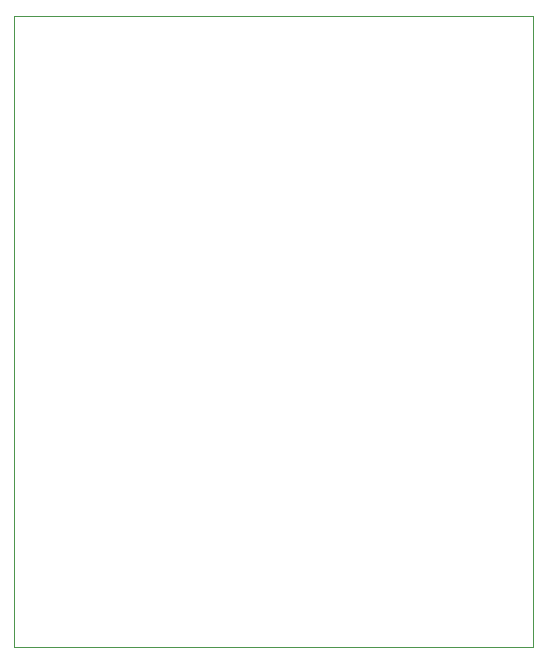
<source format=gm1>
G04 #@! TF.GenerationSoftware,KiCad,Pcbnew,(5.1.0)-1*
G04 #@! TF.CreationDate,2019-11-28T11:04:33+01:00*
G04 #@! TF.ProjectId,main_PCB_3,6d61696e-5f50-4434-925f-332e6b696361,rev?*
G04 #@! TF.SameCoordinates,Original*
G04 #@! TF.FileFunction,Profile,NP*
%FSLAX46Y46*%
G04 Gerber Fmt 4.6, Leading zero omitted, Abs format (unit mm)*
G04 Created by KiCad (PCBNEW (5.1.0)-1) date 2019-11-28 11:04:33*
%MOMM*%
%LPD*%
G04 APERTURE LIST*
%ADD10C,0.120000*%
G04 APERTURE END LIST*
D10*
X179000000Y-46980000D02*
X179000000Y-100440000D01*
X135000000Y-100440000D02*
X179000000Y-100440000D01*
X135000000Y-46980000D02*
X135000000Y-100440000D01*
X135000000Y-46980000D02*
X179000000Y-46980000D01*
M02*

</source>
